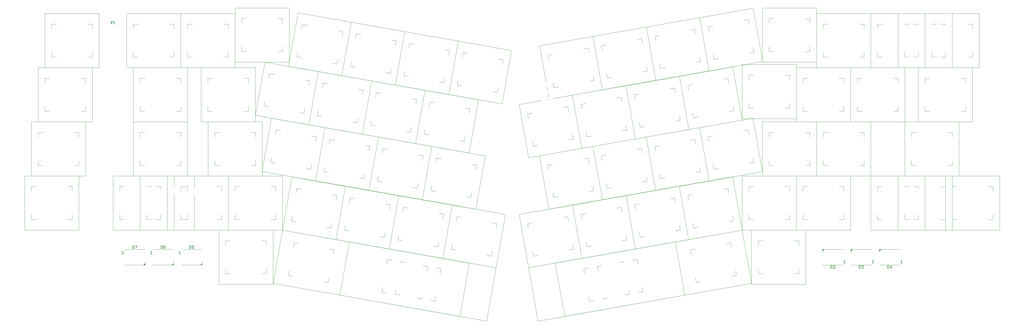
<source format=gbr>
G04 #@! TF.GenerationSoftware,KiCad,Pcbnew,(6.0.1)*
G04 #@! TF.CreationDate,2022-05-05T21:04:55+02:00*
G04 #@! TF.ProjectId,BMEK_Alps,424d454b-5f41-46c7-9073-2e6b69636164,1*
G04 #@! TF.SameCoordinates,Original*
G04 #@! TF.FileFunction,Legend,Top*
G04 #@! TF.FilePolarity,Positive*
%FSLAX46Y46*%
G04 Gerber Fmt 4.6, Leading zero omitted, Abs format (unit mm)*
G04 Created by KiCad (PCBNEW (6.0.1)) date 2022-05-05 21:04:55*
%MOMM*%
%LPD*%
G01*
G04 APERTURE LIST*
G04 Aperture macros list*
%AMHorizOval*
0 Thick line with rounded ends*
0 $1 width*
0 $2 $3 position (X,Y) of the first rounded end (center of the circle)*
0 $4 $5 position (X,Y) of the second rounded end (center of the circle)*
0 Add line between two ends*
20,1,$1,$2,$3,$4,$5,0*
0 Add two circle primitives to create the rounded ends*
1,1,$1,$2,$3*
1,1,$1,$4,$5*%
%AMRotRect*
0 Rectangle, with rotation*
0 The origin of the aperture is its center*
0 $1 length*
0 $2 width*
0 $3 Rotation angle, in degrees counterclockwise*
0 Add horizontal line*
21,1,$1,$2,0,0,$3*%
G04 Aperture macros list end*
%ADD10C,0.150000*%
%ADD11C,0.120000*%
%ADD12C,0.100000*%
%ADD13C,2.250000*%
%ADD14R,1.500000X1.000000*%
%ADD15C,3.800000*%
%ADD16C,6.500000*%
%ADD17C,5.350000*%
%ADD18C,9.000000*%
%ADD19RotRect,1.700000X1.700000X190.000000*%
%ADD20HorizOval,1.700000X0.000000X0.000000X0.000000X0.000000X0*%
%ADD21C,0.650000*%
%ADD22O,1.000000X2.100000*%
%ADD23O,1.000000X1.600000*%
G04 APERTURE END LIST*
D10*
X57721904Y-101092380D02*
X57721904Y-100092380D01*
X57960000Y-100092380D01*
X58102857Y-100140000D01*
X58198095Y-100235238D01*
X58245714Y-100330476D01*
X58293333Y-100520952D01*
X58293333Y-100663809D01*
X58245714Y-100854285D01*
X58198095Y-100949523D01*
X58102857Y-101044761D01*
X57960000Y-101092380D01*
X57721904Y-101092380D01*
X58626666Y-100092380D02*
X59293333Y-100092380D01*
X58864761Y-101092380D01*
X54595714Y-102992380D02*
X54024285Y-102992380D01*
X54310000Y-102992380D02*
X54310000Y-101992380D01*
X54214761Y-102135238D01*
X54119523Y-102230476D01*
X54024285Y-102278095D01*
X302974404Y-108092380D02*
X302974404Y-107092380D01*
X303212500Y-107092380D01*
X303355357Y-107140000D01*
X303450595Y-107235238D01*
X303498214Y-107330476D01*
X303545833Y-107520952D01*
X303545833Y-107663809D01*
X303498214Y-107854285D01*
X303450595Y-107949523D01*
X303355357Y-108044761D01*
X303212500Y-108092380D01*
X302974404Y-108092380D01*
X303926785Y-107187619D02*
X303974404Y-107140000D01*
X304069642Y-107092380D01*
X304307738Y-107092380D01*
X304402976Y-107140000D01*
X304450595Y-107187619D01*
X304498214Y-107282857D01*
X304498214Y-107378095D01*
X304450595Y-107520952D01*
X303879166Y-108092380D01*
X304498214Y-108092380D01*
X308148214Y-106192380D02*
X307576785Y-106192380D01*
X307862500Y-106192380D02*
X307862500Y-105192380D01*
X307767261Y-105335238D01*
X307672023Y-105430476D01*
X307576785Y-105478095D01*
X77721904Y-101092380D02*
X77721904Y-100092380D01*
X77960000Y-100092380D01*
X78102857Y-100140000D01*
X78198095Y-100235238D01*
X78245714Y-100330476D01*
X78293333Y-100520952D01*
X78293333Y-100663809D01*
X78245714Y-100854285D01*
X78198095Y-100949523D01*
X78102857Y-101044761D01*
X77960000Y-101092380D01*
X77721904Y-101092380D01*
X79198095Y-100092380D02*
X78721904Y-100092380D01*
X78674285Y-100568571D01*
X78721904Y-100520952D01*
X78817142Y-100473333D01*
X79055238Y-100473333D01*
X79150476Y-100520952D01*
X79198095Y-100568571D01*
X79245714Y-100663809D01*
X79245714Y-100901904D01*
X79198095Y-100997142D01*
X79150476Y-101044761D01*
X79055238Y-101092380D01*
X78817142Y-101092380D01*
X78721904Y-101044761D01*
X78674285Y-100997142D01*
X74595714Y-102992380D02*
X74024285Y-102992380D01*
X74310000Y-102992380D02*
X74310000Y-101992380D01*
X74214761Y-102135238D01*
X74119523Y-102230476D01*
X74024285Y-102278095D01*
X322974404Y-108092380D02*
X322974404Y-107092380D01*
X323212500Y-107092380D01*
X323355357Y-107140000D01*
X323450595Y-107235238D01*
X323498214Y-107330476D01*
X323545833Y-107520952D01*
X323545833Y-107663809D01*
X323498214Y-107854285D01*
X323450595Y-107949523D01*
X323355357Y-108044761D01*
X323212500Y-108092380D01*
X322974404Y-108092380D01*
X324402976Y-107425714D02*
X324402976Y-108092380D01*
X324164880Y-107044761D02*
X323926785Y-107759047D01*
X324545833Y-107759047D01*
X328148214Y-106192380D02*
X327576785Y-106192380D01*
X327862500Y-106192380D02*
X327862500Y-105192380D01*
X327767261Y-105335238D01*
X327672023Y-105430476D01*
X327576785Y-105478095D01*
X312974404Y-108092380D02*
X312974404Y-107092380D01*
X313212500Y-107092380D01*
X313355357Y-107140000D01*
X313450595Y-107235238D01*
X313498214Y-107330476D01*
X313545833Y-107520952D01*
X313545833Y-107663809D01*
X313498214Y-107854285D01*
X313450595Y-107949523D01*
X313355357Y-108044761D01*
X313212500Y-108092380D01*
X312974404Y-108092380D01*
X313879166Y-107092380D02*
X314498214Y-107092380D01*
X314164880Y-107473333D01*
X314307738Y-107473333D01*
X314402976Y-107520952D01*
X314450595Y-107568571D01*
X314498214Y-107663809D01*
X314498214Y-107901904D01*
X314450595Y-107997142D01*
X314402976Y-108044761D01*
X314307738Y-108092380D01*
X314022023Y-108092380D01*
X313926785Y-108044761D01*
X313879166Y-107997142D01*
X318148214Y-106192380D02*
X317576785Y-106192380D01*
X317862500Y-106192380D02*
X317862500Y-105192380D01*
X317767261Y-105335238D01*
X317672023Y-105430476D01*
X317576785Y-105478095D01*
X49990476Y-21042380D02*
X50323809Y-22042380D01*
X50657142Y-21042380D01*
X51514285Y-22042380D02*
X50942857Y-22042380D01*
X51228571Y-22042380D02*
X51228571Y-21042380D01*
X51133333Y-21185238D01*
X51038095Y-21280476D01*
X50942857Y-21328095D01*
X67721904Y-101092380D02*
X67721904Y-100092380D01*
X67960000Y-100092380D01*
X68102857Y-100140000D01*
X68198095Y-100235238D01*
X68245714Y-100330476D01*
X68293333Y-100520952D01*
X68293333Y-100663809D01*
X68245714Y-100854285D01*
X68198095Y-100949523D01*
X68102857Y-101044761D01*
X67960000Y-101092380D01*
X67721904Y-101092380D01*
X69150476Y-100092380D02*
X68960000Y-100092380D01*
X68864761Y-100140000D01*
X68817142Y-100187619D01*
X68721904Y-100330476D01*
X68674285Y-100520952D01*
X68674285Y-100901904D01*
X68721904Y-100997142D01*
X68769523Y-101044761D01*
X68864761Y-101092380D01*
X69055238Y-101092380D01*
X69150476Y-101044761D01*
X69198095Y-100997142D01*
X69245714Y-100901904D01*
X69245714Y-100663809D01*
X69198095Y-100568571D01*
X69150476Y-100520952D01*
X69055238Y-100473333D01*
X68864761Y-100473333D01*
X68769523Y-100520952D01*
X68721904Y-100568571D01*
X68674285Y-100663809D01*
X64595714Y-102992380D02*
X64024285Y-102992380D01*
X64310000Y-102992380D02*
X64310000Y-101992380D01*
X64214761Y-102135238D01*
X64119523Y-102230476D01*
X64024285Y-102278095D01*
D11*
X255738884Y-113016268D02*
X257363817Y-112729749D01*
X248393734Y-98750004D02*
X271844468Y-94615007D01*
X255452365Y-111391336D02*
X255738884Y-113016268D01*
X271844468Y-94615007D02*
X275152466Y-113375594D01*
X266182383Y-99395849D02*
X267807316Y-99109330D01*
X268196702Y-110819619D02*
X269821635Y-110533099D01*
X251701732Y-117510591D02*
X248393734Y-98750004D01*
X275152466Y-113375594D02*
X251701732Y-117510591D01*
X268093835Y-100734262D02*
X267807316Y-99109330D01*
X253724565Y-101592499D02*
X255349498Y-101305979D01*
X254011085Y-103217431D02*
X253724565Y-101592499D01*
X269821635Y-110533099D02*
X269535115Y-108908167D01*
X112403965Y-110533100D02*
X114028898Y-110819620D01*
X110381132Y-94615008D02*
X133831866Y-98750005D01*
X112690485Y-108908168D02*
X112403965Y-110533100D01*
X133831866Y-98750005D02*
X130523868Y-117510592D01*
X126876102Y-101305980D02*
X128501035Y-101592500D01*
X124861783Y-112729750D02*
X126486716Y-113016269D01*
X107073134Y-113375595D02*
X110381132Y-94615008D01*
X130523868Y-117510592D02*
X107073134Y-113375595D01*
X128214515Y-103217432D02*
X128501035Y-101592500D01*
X114418284Y-99109331D02*
X116043217Y-99395850D01*
X114131765Y-100734263D02*
X114418284Y-99109331D01*
X126486716Y-113016269D02*
X126773235Y-111391337D01*
X230286217Y-105725331D02*
X228661284Y-106011850D01*
X251701808Y-117510597D02*
X200110192Y-126607591D01*
X230572736Y-107350263D02*
X230286217Y-105725331D01*
X200110192Y-126607591D02*
X196802194Y-107847003D01*
X219842718Y-119345750D02*
X218217785Y-119632269D01*
X217828399Y-107921980D02*
X216203466Y-108208500D01*
X248393810Y-98750009D02*
X251701808Y-117510597D01*
X196802194Y-107847003D02*
X248393810Y-98750009D01*
X217931266Y-118007337D02*
X218217785Y-119632269D01*
X232300536Y-117149100D02*
X230675603Y-117435620D01*
X232014016Y-115524168D02*
X232300536Y-117149100D01*
X216203466Y-108208500D02*
X216489986Y-109833432D01*
X222907931Y-118805269D02*
X224532864Y-118518750D01*
X206182487Y-106193004D02*
X248393809Y-98750009D01*
X222621412Y-117180337D02*
X222907931Y-118805269D01*
X248393809Y-98750009D02*
X251701807Y-117510596D01*
X233351430Y-105184850D02*
X234976363Y-104898331D01*
X235365749Y-116608620D02*
X236990682Y-116322100D01*
X209490485Y-124953591D02*
X206182487Y-106193004D01*
X251701807Y-117510596D02*
X209490485Y-124953591D01*
X235262882Y-106523263D02*
X234976363Y-104898331D01*
X220893612Y-107381500D02*
X222518545Y-107094980D01*
X221180132Y-109006432D02*
X220893612Y-107381500D01*
X236990682Y-116322100D02*
X236704162Y-114697168D01*
X166022286Y-108208500D02*
X164397353Y-107921980D01*
X182115560Y-126607591D02*
X130523944Y-117510597D01*
X165735766Y-109833432D02*
X166022286Y-108208500D01*
X130523944Y-117510597D02*
X133831942Y-98750009D01*
X151550149Y-117435620D02*
X149925216Y-117149100D01*
X153564468Y-106011850D02*
X151939535Y-105725331D01*
X185423558Y-107847003D02*
X182115560Y-126607591D01*
X133831942Y-98750009D02*
X185423558Y-107847003D01*
X150211736Y-115524168D02*
X149925216Y-117149100D01*
X164007967Y-119632269D02*
X162383034Y-119345750D01*
X164294486Y-118007337D02*
X164007967Y-119632269D01*
X151939535Y-105725331D02*
X151653016Y-107350263D01*
X145235069Y-116322100D02*
X146860002Y-116608620D01*
X133831942Y-98750009D02*
X176043264Y-106193004D01*
X145521589Y-114697168D02*
X145235069Y-116322100D01*
X176043264Y-106193004D02*
X172735266Y-124953591D01*
X159707206Y-107094980D02*
X161332139Y-107381500D01*
X157692887Y-118518750D02*
X159317820Y-118805269D01*
X130523944Y-117510596D02*
X133831942Y-98750009D01*
X172735266Y-124953591D02*
X130523944Y-117510596D01*
X161045619Y-109006432D02*
X161332139Y-107381500D01*
X147249388Y-104898331D02*
X148874321Y-105184850D01*
X146962869Y-106523263D02*
X147249388Y-104898331D01*
X159317820Y-118805269D02*
X159604339Y-117180337D01*
X277527450Y-109940000D02*
X279177450Y-109940000D01*
X275152450Y-94615000D02*
X294202450Y-94615000D01*
X277527450Y-108290000D02*
X277527450Y-109940000D01*
X294202450Y-94615000D02*
X294202450Y-113665000D01*
X290177450Y-98340000D02*
X291827450Y-98340000D01*
X290177450Y-109940000D02*
X291827450Y-109940000D01*
X275152450Y-113665000D02*
X275152450Y-94615000D01*
X294202450Y-113665000D02*
X275152450Y-113665000D01*
X291827450Y-99990000D02*
X291827450Y-98340000D01*
X277527450Y-98340000D02*
X279177450Y-98340000D01*
X277527450Y-99990000D02*
X277527450Y-98340000D01*
X291827450Y-109940000D02*
X291827450Y-108290000D01*
X90398150Y-109940000D02*
X92048150Y-109940000D01*
X88023150Y-94615000D02*
X107073150Y-94615000D01*
X90398150Y-108290000D02*
X90398150Y-109940000D01*
X107073150Y-94615000D02*
X107073150Y-113665000D01*
X103048150Y-98340000D02*
X104698150Y-98340000D01*
X103048150Y-109940000D02*
X104698150Y-109940000D01*
X88023150Y-113665000D02*
X88023150Y-94615000D01*
X107073150Y-113665000D02*
X88023150Y-113665000D01*
X104698150Y-99990000D02*
X104698150Y-98340000D01*
X90398150Y-98340000D02*
X92048150Y-98340000D01*
X90398150Y-99990000D02*
X90398150Y-98340000D01*
X104698150Y-109940000D02*
X104698150Y-108290000D01*
X74656250Y-90890000D02*
X76306250Y-90890000D01*
X72281250Y-75565000D02*
X91331250Y-75565000D01*
X74656250Y-89240000D02*
X74656250Y-90890000D01*
X91331250Y-75565000D02*
X91331250Y-94615000D01*
X87306250Y-79290000D02*
X88956250Y-79290000D01*
X87306250Y-90890000D02*
X88956250Y-90890000D01*
X72281250Y-94615000D02*
X72281250Y-75565000D01*
X91331250Y-94615000D02*
X72281250Y-94615000D01*
X88956250Y-80940000D02*
X88956250Y-79290000D01*
X74656250Y-79290000D02*
X76306250Y-79290000D01*
X74656250Y-80940000D02*
X74656250Y-79290000D01*
X88956250Y-90890000D02*
X88956250Y-89240000D01*
X345656950Y-90890000D02*
X347306950Y-90890000D01*
X343281950Y-75565000D02*
X362331950Y-75565000D01*
X345656950Y-89240000D02*
X345656950Y-90890000D01*
X362331950Y-75565000D02*
X362331950Y-94615000D01*
X358306950Y-79290000D02*
X359956950Y-79290000D01*
X358306950Y-90890000D02*
X359956950Y-90890000D01*
X343281950Y-94615000D02*
X343281950Y-75565000D01*
X362331950Y-94615000D02*
X343281950Y-94615000D01*
X359956950Y-80940000D02*
X359956950Y-79290000D01*
X345656950Y-79290000D02*
X347306950Y-79290000D01*
X345656950Y-80940000D02*
X345656950Y-79290000D01*
X359956950Y-90890000D02*
X359956950Y-89240000D01*
X328988200Y-90890000D02*
X330638200Y-90890000D01*
X326613200Y-75565000D02*
X345663200Y-75565000D01*
X328988200Y-89240000D02*
X328988200Y-90890000D01*
X345663200Y-75565000D02*
X345663200Y-94615000D01*
X341638200Y-79290000D02*
X343288200Y-79290000D01*
X341638200Y-90890000D02*
X343288200Y-90890000D01*
X326613200Y-94615000D02*
X326613200Y-75565000D01*
X345663200Y-94615000D02*
X326613200Y-94615000D01*
X343288200Y-80940000D02*
X343288200Y-79290000D01*
X328988200Y-79290000D02*
X330638200Y-79290000D01*
X328988200Y-80940000D02*
X328988200Y-79290000D01*
X343288200Y-90890000D02*
X343288200Y-89240000D01*
X319463250Y-90890000D02*
X321113250Y-90890000D01*
X317088250Y-75565000D02*
X336138250Y-75565000D01*
X319463250Y-89240000D02*
X319463250Y-90890000D01*
X336138250Y-75565000D02*
X336138250Y-94615000D01*
X332113250Y-79290000D02*
X333763250Y-79290000D01*
X332113250Y-90890000D02*
X333763250Y-90890000D01*
X317088250Y-94615000D02*
X317088250Y-75565000D01*
X336138250Y-94615000D02*
X317088250Y-94615000D01*
X333763250Y-80940000D02*
X333763250Y-79290000D01*
X319463250Y-79290000D02*
X321113250Y-79290000D01*
X319463250Y-80940000D02*
X319463250Y-79290000D01*
X333763250Y-90890000D02*
X333763250Y-89240000D01*
X293269450Y-90890000D02*
X294919450Y-90890000D01*
X290894450Y-75565000D02*
X309944450Y-75565000D01*
X293269450Y-89240000D02*
X293269450Y-90890000D01*
X309944450Y-75565000D02*
X309944450Y-94615000D01*
X305919450Y-79290000D02*
X307569450Y-79290000D01*
X305919450Y-90890000D02*
X307569450Y-90890000D01*
X290894450Y-94615000D02*
X290894450Y-75565000D01*
X309944450Y-94615000D02*
X290894450Y-94615000D01*
X307569450Y-80940000D02*
X307569450Y-79290000D01*
X293269450Y-79290000D02*
X294919450Y-79290000D01*
X293269450Y-80940000D02*
X293269450Y-79290000D01*
X307569450Y-90890000D02*
X307569450Y-89240000D01*
X274219450Y-90889999D02*
X275869450Y-90889999D01*
X271844450Y-75564999D02*
X290894450Y-75564999D01*
X274219450Y-89239999D02*
X274219450Y-90889999D01*
X290894450Y-75564999D02*
X290894450Y-94614999D01*
X286869450Y-79289999D02*
X288519450Y-79289999D01*
X286869450Y-90889999D02*
X288519450Y-90889999D01*
X271844450Y-94614999D02*
X271844450Y-75564999D01*
X290894450Y-94614999D02*
X271844450Y-94614999D01*
X288519450Y-80939999D02*
X288519450Y-79289999D01*
X274219450Y-79289999D02*
X275869450Y-79289999D01*
X274219450Y-80939999D02*
X274219450Y-79289999D01*
X288519450Y-90889999D02*
X288519450Y-89239999D01*
X254776034Y-93842168D02*
X256400967Y-93555649D01*
X249775957Y-79162404D02*
X268536545Y-75854406D01*
X254489515Y-92217236D02*
X254776034Y-93842168D01*
X268536545Y-75854406D02*
X271844543Y-94614994D01*
X265219533Y-80221749D02*
X266844466Y-79935230D01*
X267233852Y-91645519D02*
X268858785Y-91358999D01*
X253083955Y-97922992D02*
X249775957Y-79162404D01*
X271844543Y-94614994D02*
X253083955Y-97922992D01*
X267130985Y-81560162D02*
X266844466Y-79935230D01*
X252761715Y-82418399D02*
X254386648Y-82131879D01*
X253048235Y-84043331D02*
X252761715Y-82418399D01*
X268858785Y-91358999D02*
X268572265Y-89734067D01*
X236015434Y-97150168D02*
X237640367Y-96863649D01*
X231015357Y-82470404D02*
X249775945Y-79162406D01*
X235728915Y-95525236D02*
X236015434Y-97150168D01*
X249775945Y-79162406D02*
X253083943Y-97922994D01*
X246458933Y-83529749D02*
X248083866Y-83243230D01*
X248473252Y-94953519D02*
X250098185Y-94666999D01*
X234323355Y-101230992D02*
X231015357Y-82470404D01*
X253083943Y-97922994D02*
X234323355Y-101230992D01*
X248370385Y-84868162D02*
X248083866Y-83243230D01*
X234001115Y-85726399D02*
X235626048Y-85439879D01*
X234287635Y-87351331D02*
X234001115Y-85726399D01*
X250098185Y-94666999D02*
X249811665Y-93042067D01*
X217254834Y-100458168D02*
X218879767Y-100171649D01*
X212254757Y-85778404D02*
X231015345Y-82470406D01*
X216968315Y-98833236D02*
X217254834Y-100458168D01*
X231015345Y-82470406D02*
X234323343Y-101230994D01*
X227698333Y-86837749D02*
X229323266Y-86551230D01*
X229712652Y-98261519D02*
X231337585Y-97974999D01*
X215562755Y-104538992D02*
X212254757Y-85778404D01*
X234323343Y-101230994D02*
X215562755Y-104538992D01*
X229609785Y-88176162D02*
X229323266Y-86551230D01*
X215240515Y-89034399D02*
X216865448Y-88747879D01*
X215527035Y-90659331D02*
X215240515Y-89034399D01*
X231337585Y-97974999D02*
X231051065Y-96350067D01*
X198494234Y-103766169D02*
X200119167Y-103479650D01*
X193494157Y-89086405D02*
X212254745Y-85778407D01*
X198207715Y-102141237D02*
X198494234Y-103766169D01*
X212254745Y-85778407D02*
X215562743Y-104538995D01*
X208937733Y-90145750D02*
X210562666Y-89859231D01*
X210952052Y-101569520D02*
X212576985Y-101283000D01*
X196802155Y-107846993D02*
X193494157Y-89086405D01*
X215562743Y-104538995D02*
X196802155Y-107846993D01*
X210849185Y-91484163D02*
X210562666Y-89859231D01*
X196479915Y-92342400D02*
X198104848Y-92055880D01*
X196766435Y-93967332D02*
X196479915Y-92342400D01*
X212576985Y-101283000D02*
X212290465Y-99658068D01*
X169648715Y-101283000D02*
X171273648Y-101569520D01*
X169970955Y-85778407D02*
X188731543Y-89086405D01*
X169935235Y-99658068D02*
X169648715Y-101283000D01*
X188731543Y-89086405D02*
X185423545Y-107846993D01*
X184120852Y-92055880D02*
X185745785Y-92342400D01*
X182106533Y-103479650D02*
X183731466Y-103766169D01*
X166662957Y-104538995D02*
X169970955Y-85778407D01*
X185423545Y-107846993D02*
X166662957Y-104538995D01*
X185459265Y-93967332D02*
X185745785Y-92342400D01*
X171663034Y-89859231D02*
X173287967Y-90145750D01*
X171376515Y-91484163D02*
X171663034Y-89859231D01*
X183731466Y-103766169D02*
X184017985Y-102141237D01*
X150888115Y-97975000D02*
X152513048Y-98261520D01*
X151210355Y-82470407D02*
X169970943Y-85778405D01*
X151174635Y-96350068D02*
X150888115Y-97975000D01*
X169970943Y-85778405D02*
X166662945Y-104538993D01*
X165360252Y-88747880D02*
X166985185Y-89034400D01*
X163345933Y-100171650D02*
X164970866Y-100458169D01*
X147902357Y-101230995D02*
X151210355Y-82470407D01*
X166662945Y-104538993D02*
X147902357Y-101230995D01*
X166698665Y-90659332D02*
X166985185Y-89034400D01*
X152902434Y-86551231D02*
X154527367Y-86837750D01*
X152615915Y-88176163D02*
X152902434Y-86551231D01*
X164970866Y-100458169D02*
X165257385Y-98833237D01*
X132127515Y-94667000D02*
X133752448Y-94953520D01*
X132449755Y-79162407D02*
X151210343Y-82470405D01*
X132414035Y-93042068D02*
X132127515Y-94667000D01*
X151210343Y-82470405D02*
X147902345Y-101230993D01*
X146599652Y-85439880D02*
X148224585Y-85726400D01*
X144585333Y-96863650D02*
X146210266Y-97150169D01*
X129141757Y-97922995D02*
X132449755Y-79162407D01*
X147902345Y-101230993D02*
X129141757Y-97922995D01*
X147938065Y-87351332D02*
X148224585Y-85726400D01*
X134141834Y-83243231D02*
X135766767Y-83529750D01*
X133855315Y-84868163D02*
X134141834Y-83243231D01*
X146210266Y-97150169D02*
X146496785Y-95525237D01*
X113366915Y-91359000D02*
X114991848Y-91645520D01*
X113689155Y-75854407D02*
X132449743Y-79162405D01*
X113653435Y-89734068D02*
X113366915Y-91359000D01*
X132449743Y-79162405D02*
X129141745Y-97922993D01*
X127839052Y-82131880D02*
X129463985Y-82418400D01*
X125824733Y-93555650D02*
X127449666Y-93842169D01*
X110381157Y-94614995D02*
X113689155Y-75854407D01*
X129141745Y-97922993D02*
X110381157Y-94614995D01*
X129177465Y-84043332D02*
X129463985Y-82418400D01*
X115381234Y-79935231D02*
X117006167Y-80221750D01*
X115094715Y-81560163D02*
X115381234Y-79935231D01*
X127449666Y-93842169D02*
X127736185Y-92217237D01*
X93706150Y-90890000D02*
X95356150Y-90890000D01*
X91331150Y-75565000D02*
X110381150Y-75565000D01*
X93706150Y-89240000D02*
X93706150Y-90890000D01*
X110381150Y-75565000D02*
X110381150Y-94615000D01*
X106356150Y-79290000D02*
X108006150Y-79290000D01*
X106356150Y-90890000D02*
X108006150Y-90890000D01*
X91331150Y-94615000D02*
X91331150Y-75565000D01*
X110381150Y-94615000D02*
X91331150Y-94615000D01*
X108006150Y-80940000D02*
X108006150Y-79290000D01*
X93706150Y-79290000D02*
X95356150Y-79290000D01*
X93706150Y-80940000D02*
X93706150Y-79290000D01*
X108006150Y-90890000D02*
X108006150Y-89240000D01*
X53225000Y-90890000D02*
X54875000Y-90890000D01*
X50850000Y-75565000D02*
X69900000Y-75565000D01*
X53225000Y-89240000D02*
X53225000Y-90890000D01*
X69900000Y-75565000D02*
X69900000Y-94615000D01*
X65875000Y-79290000D02*
X67525000Y-79290000D01*
X65875000Y-90890000D02*
X67525000Y-90890000D01*
X50850000Y-94615000D02*
X50850000Y-75565000D01*
X69900000Y-94615000D02*
X50850000Y-94615000D01*
X67525000Y-80940000D02*
X67525000Y-79290000D01*
X53225000Y-79290000D02*
X54875000Y-79290000D01*
X53225000Y-80940000D02*
X53225000Y-79290000D01*
X67525000Y-90890000D02*
X67525000Y-89240000D01*
X62749900Y-90890000D02*
X64399900Y-90890000D01*
X60374900Y-75565000D02*
X79424900Y-75565000D01*
X62749900Y-89240000D02*
X62749900Y-90890000D01*
X79424900Y-75565000D02*
X79424900Y-94615000D01*
X75399900Y-79290000D02*
X77049900Y-79290000D01*
X75399900Y-90890000D02*
X77049900Y-90890000D01*
X60374900Y-94615000D02*
X60374900Y-75565000D01*
X79424900Y-94615000D02*
X60374900Y-94615000D01*
X77049900Y-80940000D02*
X77049900Y-79290000D01*
X62749900Y-79290000D02*
X64399900Y-79290000D01*
X62749900Y-80940000D02*
X62749900Y-79290000D01*
X77049900Y-90890000D02*
X77049900Y-89240000D01*
X22159552Y-90890000D02*
X23809552Y-90890000D01*
X19784552Y-75565000D02*
X38834552Y-75565000D01*
X22159552Y-89240000D02*
X22159552Y-90890000D01*
X38834552Y-75565000D02*
X38834552Y-94615000D01*
X34809552Y-79290000D02*
X36459552Y-79290000D01*
X34809552Y-90890000D02*
X36459552Y-90890000D01*
X19784552Y-94615000D02*
X19784552Y-75565000D01*
X38834552Y-94615000D02*
X19784552Y-94615000D01*
X36459552Y-80940000D02*
X36459552Y-79290000D01*
X22159552Y-79290000D02*
X23809552Y-79290000D01*
X22159552Y-80940000D02*
X22159552Y-79290000D01*
X36459552Y-90890000D02*
X36459552Y-89240000D01*
X336131850Y-52790000D02*
X337781850Y-52790000D01*
X333756850Y-37465000D02*
X352806850Y-37465000D01*
X336131850Y-51140000D02*
X336131850Y-52790000D01*
X352806850Y-37465000D02*
X352806850Y-56515000D01*
X348781850Y-41190000D02*
X350431850Y-41190000D01*
X348781850Y-52790000D02*
X350431850Y-52790000D01*
X333756850Y-56515000D02*
X333756850Y-37465000D01*
X352806850Y-56515000D02*
X333756850Y-56515000D01*
X350431850Y-42840000D02*
X350431850Y-41190000D01*
X336131850Y-41190000D02*
X337781850Y-41190000D01*
X336131850Y-42840000D02*
X336131850Y-41190000D01*
X350431850Y-52790000D02*
X350431850Y-51140000D01*
X331369401Y-71840000D02*
X333019401Y-71840000D01*
X328994401Y-56515000D02*
X348044401Y-56515000D01*
X331369401Y-70190000D02*
X331369401Y-71840000D01*
X348044401Y-56515000D02*
X348044401Y-75565000D01*
X344019401Y-60240000D02*
X345669401Y-60240000D01*
X344019401Y-71840000D02*
X345669401Y-71840000D01*
X328994401Y-75565000D02*
X328994401Y-56515000D01*
X348044401Y-75565000D02*
X328994401Y-75565000D01*
X345669401Y-61890000D02*
X345669401Y-60240000D01*
X331369401Y-60240000D02*
X333019401Y-60240000D01*
X331369401Y-61890000D02*
X331369401Y-60240000D01*
X345669401Y-71840000D02*
X345669401Y-70190000D01*
X300413150Y-71840000D02*
X302063150Y-71840000D01*
X298038150Y-56515000D02*
X317088150Y-56515000D01*
X300413150Y-70190000D02*
X300413150Y-71840000D01*
X317088150Y-56515000D02*
X317088150Y-75565000D01*
X313063150Y-60240000D02*
X314713150Y-60240000D01*
X313063150Y-71840000D02*
X314713150Y-71840000D01*
X298038150Y-75565000D02*
X298038150Y-56515000D01*
X317088150Y-75565000D02*
X298038150Y-75565000D01*
X314713150Y-61890000D02*
X314713150Y-60240000D01*
X300413150Y-60240000D02*
X302063150Y-60240000D01*
X300413150Y-61890000D02*
X300413150Y-60240000D01*
X314713150Y-71840000D02*
X314713150Y-70190000D01*
X281363150Y-71839999D02*
X283013150Y-71839999D01*
X278988150Y-56514999D02*
X298038150Y-56514999D01*
X281363150Y-70189999D02*
X281363150Y-71839999D01*
X298038150Y-56514999D02*
X298038150Y-75564999D01*
X294013150Y-60239999D02*
X295663150Y-60239999D01*
X294013150Y-71839999D02*
X295663150Y-71839999D01*
X278988150Y-75564999D02*
X278988150Y-56514999D01*
X298038150Y-75564999D02*
X278988150Y-75564999D01*
X295663150Y-61889999D02*
X295663150Y-60239999D01*
X281363150Y-60239999D02*
X283013150Y-60239999D01*
X281363150Y-61889999D02*
X281363150Y-60239999D01*
X295663150Y-71839999D02*
X295663150Y-70189999D01*
X261926434Y-73237468D02*
X263551367Y-72950949D01*
X256926357Y-58557704D02*
X275686945Y-55249706D01*
X261639915Y-71612536D02*
X261926434Y-73237468D01*
X275686945Y-55249706D02*
X278994943Y-74010294D01*
X272369933Y-59617049D02*
X273994866Y-59330530D01*
X274384252Y-71040819D02*
X276009185Y-70754299D01*
X260234355Y-77318292D02*
X256926357Y-58557704D01*
X278994943Y-74010294D02*
X260234355Y-77318292D01*
X274281385Y-60955462D02*
X273994866Y-59330530D01*
X259912115Y-61813699D02*
X261537048Y-61527179D01*
X260198635Y-63438631D02*
X259912115Y-61813699D01*
X276009185Y-70754299D02*
X275722665Y-69129367D01*
X243165834Y-76545469D02*
X244790767Y-76258950D01*
X238165757Y-61865705D02*
X256926345Y-58557707D01*
X242879315Y-74920537D02*
X243165834Y-76545469D01*
X256926345Y-58557707D02*
X260234343Y-77318295D01*
X253609333Y-62925050D02*
X255234266Y-62638531D01*
X255623652Y-74348820D02*
X257248585Y-74062300D01*
X241473755Y-80626293D02*
X238165757Y-61865705D01*
X260234343Y-77318295D02*
X241473755Y-80626293D01*
X255520785Y-64263463D02*
X255234266Y-62638531D01*
X241151515Y-65121700D02*
X242776448Y-64835180D01*
X241438035Y-66746632D02*
X241151515Y-65121700D01*
X257248585Y-74062300D02*
X256962065Y-72437368D01*
X224405234Y-79853468D02*
X226030167Y-79566949D01*
X219405157Y-65173704D02*
X238165745Y-61865706D01*
X224118715Y-78228536D02*
X224405234Y-79853468D01*
X238165745Y-61865706D02*
X241473743Y-80626294D01*
X234848733Y-66233049D02*
X236473666Y-65946530D01*
X236863052Y-77656819D02*
X238487985Y-77370299D01*
X222713155Y-83934292D02*
X219405157Y-65173704D01*
X241473743Y-80626294D02*
X222713155Y-83934292D01*
X236760185Y-67571462D02*
X236473666Y-65946530D01*
X222390915Y-68429699D02*
X224015848Y-68143179D01*
X222677435Y-70054631D02*
X222390915Y-68429699D01*
X238487985Y-77370299D02*
X238201465Y-75745367D01*
X205644634Y-83161469D02*
X207269567Y-82874950D01*
X200644557Y-68481705D02*
X219405145Y-65173707D01*
X205358115Y-81536537D02*
X205644634Y-83161469D01*
X219405145Y-65173707D02*
X222713143Y-83934295D01*
X216088133Y-69541050D02*
X217713066Y-69254531D01*
X218102452Y-80964820D02*
X219727385Y-80678300D01*
X203952555Y-87242293D02*
X200644557Y-68481705D01*
X222713143Y-83934295D02*
X203952555Y-87242293D01*
X217999585Y-70879463D02*
X217713066Y-69254531D01*
X203630315Y-71737700D02*
X205255248Y-71451180D01*
X203916835Y-73362632D02*
X203630315Y-71737700D01*
X219727385Y-80678300D02*
X219440865Y-79053368D01*
X162480215Y-80675100D02*
X164105148Y-80961620D01*
X162802455Y-65170507D02*
X181563043Y-68478505D01*
X162766735Y-79050168D02*
X162480215Y-80675100D01*
X181563043Y-68478505D02*
X178255045Y-87239093D01*
X176952352Y-71447980D02*
X178577285Y-71734500D01*
X174938033Y-82871750D02*
X176562966Y-83158269D01*
X159494457Y-83931095D02*
X162802455Y-65170507D01*
X178255045Y-87239093D02*
X159494457Y-83931095D01*
X178290765Y-73359432D02*
X178577285Y-71734500D01*
X164494534Y-69251331D02*
X166119467Y-69537850D01*
X164208015Y-70876263D02*
X164494534Y-69251331D01*
X176562966Y-83158269D02*
X176849485Y-81533337D01*
X143719615Y-77367100D02*
X145344548Y-77653620D01*
X144041855Y-61862507D02*
X162802443Y-65170505D01*
X144006135Y-75742168D02*
X143719615Y-77367100D01*
X162802443Y-65170505D02*
X159494445Y-83931093D01*
X158191752Y-68139980D02*
X159816685Y-68426500D01*
X156177433Y-79563750D02*
X157802366Y-79850269D01*
X140733857Y-80623095D02*
X144041855Y-61862507D01*
X159494445Y-83931093D02*
X140733857Y-80623095D01*
X159530165Y-70051432D02*
X159816685Y-68426500D01*
X145733934Y-65943331D02*
X147358867Y-66229850D01*
X145447415Y-67568263D02*
X145733934Y-65943331D01*
X157802366Y-79850269D02*
X158088885Y-78225337D01*
X124959015Y-74059100D02*
X126583948Y-74345620D01*
X125281255Y-58554507D02*
X144041843Y-61862505D01*
X125245535Y-72434168D02*
X124959015Y-74059100D01*
X144041843Y-61862505D02*
X140733845Y-80623093D01*
X139431152Y-64831980D02*
X141056085Y-65118500D01*
X137416833Y-76255750D02*
X139041766Y-76542269D01*
X121973257Y-77315095D02*
X125281255Y-58554507D01*
X140733845Y-80623093D02*
X121973257Y-77315095D01*
X140769565Y-66743432D02*
X141056085Y-65118500D01*
X126973334Y-62635331D02*
X128598267Y-62921850D01*
X126686815Y-64260263D02*
X126973334Y-62635331D01*
X139041766Y-76542269D02*
X139328285Y-74917337D01*
X106198415Y-70751100D02*
X107823348Y-71037620D01*
X106520655Y-55246507D02*
X125281243Y-58554505D01*
X106484935Y-69126168D02*
X106198415Y-70751100D01*
X125281243Y-58554505D02*
X121973245Y-77315093D01*
X120670552Y-61523980D02*
X122295485Y-61810500D01*
X118656233Y-72947750D02*
X120281166Y-73234269D01*
X103212657Y-74007095D02*
X106520655Y-55246507D01*
X121973245Y-77315093D02*
X103212657Y-74007095D01*
X122008965Y-63435432D02*
X122295485Y-61810500D01*
X108212734Y-59327331D02*
X109837667Y-59613850D01*
X107926215Y-60952263D02*
X108212734Y-59327331D01*
X120281166Y-73234269D02*
X120567685Y-71609337D01*
X86562450Y-71840000D02*
X88212450Y-71840000D01*
X84187450Y-56515000D02*
X103237450Y-56515000D01*
X86562450Y-70190000D02*
X86562450Y-71840000D01*
X103237450Y-56515000D02*
X103237450Y-75565000D01*
X99212450Y-60240000D02*
X100862450Y-60240000D01*
X99212450Y-71840000D02*
X100862450Y-71840000D01*
X84187450Y-75565000D02*
X84187450Y-56515000D01*
X103237450Y-75565000D02*
X84187450Y-75565000D01*
X100862450Y-61890000D02*
X100862450Y-60240000D01*
X86562450Y-60240000D02*
X88212450Y-60240000D01*
X86562450Y-61890000D02*
X86562450Y-60240000D01*
X100862450Y-71840000D02*
X100862450Y-70190000D01*
X60368750Y-71840000D02*
X62018750Y-71840000D01*
X57993750Y-56515000D02*
X77043750Y-56515000D01*
X60368750Y-70190000D02*
X60368750Y-71840000D01*
X77043750Y-56515000D02*
X77043750Y-75565000D01*
X73018750Y-60240000D02*
X74668750Y-60240000D01*
X73018750Y-71840000D02*
X74668750Y-71840000D01*
X57993750Y-75565000D02*
X57993750Y-56515000D01*
X77043750Y-75565000D02*
X57993750Y-75565000D01*
X74668750Y-61890000D02*
X74668750Y-60240000D01*
X60368750Y-60240000D02*
X62018750Y-60240000D01*
X60368750Y-61890000D02*
X60368750Y-60240000D01*
X74668750Y-71840000D02*
X74668750Y-70190000D01*
X24540852Y-71840000D02*
X26190852Y-71840000D01*
X22165852Y-56515000D02*
X41215852Y-56515000D01*
X24540852Y-70190000D02*
X24540852Y-71840000D01*
X41215852Y-56515000D02*
X41215852Y-75565000D01*
X37190852Y-60240000D02*
X38840852Y-60240000D01*
X37190852Y-71840000D02*
X38840852Y-71840000D01*
X22165852Y-75565000D02*
X22165852Y-56515000D01*
X41215852Y-75565000D02*
X22165852Y-75565000D01*
X38840852Y-61890000D02*
X38840852Y-60240000D01*
X24540852Y-60240000D02*
X26190852Y-60240000D01*
X24540852Y-61890000D02*
X24540852Y-60240000D01*
X38840852Y-71840000D02*
X38840852Y-70190000D01*
X338513051Y-33740000D02*
X340163051Y-33740000D01*
X336138051Y-18415000D02*
X355188051Y-18415000D01*
X338513051Y-32090000D02*
X338513051Y-33740000D01*
X355188051Y-18415000D02*
X355188051Y-37465000D01*
X351163051Y-22140000D02*
X352813051Y-22140000D01*
X351163051Y-33740000D02*
X352813051Y-33740000D01*
X336138051Y-37465000D02*
X336138051Y-18415000D01*
X355188051Y-37465000D02*
X336138051Y-37465000D01*
X352813051Y-23790000D02*
X352813051Y-22140000D01*
X338513051Y-22140000D02*
X340163051Y-22140000D01*
X338513051Y-23790000D02*
X338513051Y-22140000D01*
X352813051Y-33740000D02*
X352813051Y-32090000D01*
X312319350Y-52790000D02*
X313969350Y-52790000D01*
X309944350Y-37465000D02*
X328994350Y-37465000D01*
X312319350Y-51140000D02*
X312319350Y-52790000D01*
X328994350Y-37465000D02*
X328994350Y-56515000D01*
X324969350Y-41190000D02*
X326619350Y-41190000D01*
X324969350Y-52790000D02*
X326619350Y-52790000D01*
X309944350Y-56515000D02*
X309944350Y-37465000D01*
X328994350Y-56515000D02*
X309944350Y-56515000D01*
X326619350Y-42840000D02*
X326619350Y-41190000D01*
X312319350Y-41190000D02*
X313969350Y-41190000D01*
X312319350Y-42840000D02*
X312319350Y-41190000D01*
X326619350Y-52790000D02*
X326619350Y-51140000D01*
X293269350Y-52790000D02*
X294919350Y-52790000D01*
X290894350Y-37465000D02*
X309944350Y-37465000D01*
X293269350Y-51140000D02*
X293269350Y-52790000D01*
X309944350Y-37465000D02*
X309944350Y-56515000D01*
X305919350Y-41190000D02*
X307569350Y-41190000D01*
X305919350Y-52790000D02*
X307569350Y-52790000D01*
X290894350Y-56515000D02*
X290894350Y-37465000D01*
X309944350Y-56515000D02*
X290894350Y-56515000D01*
X307569350Y-42840000D02*
X307569350Y-41190000D01*
X293269350Y-41190000D02*
X294919350Y-41190000D01*
X293269350Y-42840000D02*
X293269350Y-41190000D01*
X307569350Y-52790000D02*
X307569350Y-51140000D01*
X274219350Y-51729500D02*
X275869350Y-51729500D01*
X271844350Y-36404500D02*
X290894350Y-36404500D01*
X274219350Y-50079500D02*
X274219350Y-51729500D01*
X290894350Y-36404500D02*
X290894350Y-55454500D01*
X286869350Y-40129500D02*
X288519350Y-40129500D01*
X286869350Y-51729500D02*
X288519350Y-51729500D01*
X271844350Y-55454500D02*
X271844350Y-36404500D01*
X290894350Y-55454500D02*
X271844350Y-55454500D01*
X288519350Y-41779500D02*
X288519350Y-40129500D01*
X274219350Y-40129500D02*
X275869350Y-40129500D01*
X274219350Y-41779500D02*
X274219350Y-40129500D01*
X288519350Y-51729500D02*
X288519350Y-50079500D01*
X254796035Y-55150868D02*
X256420968Y-54864349D01*
X249795958Y-40471104D02*
X268556546Y-37163106D01*
X254509516Y-53525936D02*
X254796035Y-55150868D01*
X268556546Y-37163106D02*
X271864544Y-55923694D01*
X265239534Y-41530449D02*
X266864467Y-41243930D01*
X267253853Y-52954219D02*
X268878786Y-52667699D01*
X253103956Y-59231692D02*
X249795958Y-40471104D01*
X271864544Y-55923694D02*
X253103956Y-59231692D01*
X267150986Y-42868862D02*
X266864467Y-41243930D01*
X252781716Y-43727099D02*
X254406649Y-43440579D01*
X253068236Y-45352031D02*
X252781716Y-43727099D01*
X268878786Y-52667699D02*
X268592266Y-51042767D01*
X236035435Y-58458868D02*
X237660368Y-58172349D01*
X231035358Y-43779104D02*
X249795946Y-40471106D01*
X235748916Y-56833936D02*
X236035435Y-58458868D01*
X249795946Y-40471106D02*
X253103944Y-59231694D01*
X246478934Y-44838449D02*
X248103867Y-44551930D01*
X248493253Y-56262219D02*
X250118186Y-55975699D01*
X234343356Y-62539692D02*
X231035358Y-43779104D01*
X253103944Y-59231694D02*
X234343356Y-62539692D01*
X248390386Y-46176862D02*
X248103867Y-44551930D01*
X234021116Y-47035099D02*
X235646049Y-46748579D01*
X234307636Y-48660031D02*
X234021116Y-47035099D01*
X250118186Y-55975699D02*
X249831666Y-54350767D01*
X217274835Y-61766869D02*
X218899768Y-61480350D01*
X212274758Y-47087105D02*
X231035346Y-43779107D01*
X216988316Y-60141937D02*
X217274835Y-61766869D01*
X231035346Y-43779107D02*
X234343344Y-62539695D01*
X227718334Y-48146450D02*
X229343267Y-47859931D01*
X229732653Y-59570220D02*
X231357586Y-59283700D01*
X215582756Y-65847693D02*
X212274758Y-47087105D01*
X234343344Y-62539695D02*
X215582756Y-65847693D01*
X229629786Y-49484863D02*
X229343267Y-47859931D01*
X215260516Y-50343100D02*
X216885449Y-50056580D01*
X215547036Y-51968032D02*
X215260516Y-50343100D01*
X231357586Y-59283700D02*
X231071066Y-57658768D01*
X198514234Y-65074869D02*
X200139167Y-64788350D01*
X193514157Y-50395105D02*
X212274745Y-47087107D01*
X198227715Y-63449937D02*
X198514234Y-65074869D01*
X212274745Y-47087107D02*
X215582743Y-65847695D01*
X208957733Y-51454450D02*
X210582666Y-51167931D01*
X210972052Y-62878220D02*
X212596985Y-62591700D01*
X196822155Y-69155693D02*
X193514157Y-50395105D01*
X215582743Y-65847695D02*
X196822155Y-69155693D01*
X210869185Y-52792863D02*
X210582666Y-51167931D01*
X196499915Y-53651100D02*
X198124848Y-53364580D01*
X196786435Y-55276032D02*
X196499915Y-53651100D01*
X212596985Y-62591700D02*
X212310465Y-60966768D01*
X160124015Y-60915799D02*
X161748948Y-61202319D01*
X160446255Y-45411206D02*
X179206843Y-48719204D01*
X160410535Y-59290867D02*
X160124015Y-60915799D01*
X179206843Y-48719204D02*
X175898845Y-67479792D01*
X174596152Y-51688679D02*
X176221085Y-51975199D01*
X172581833Y-63112449D02*
X174206766Y-63398968D01*
X157138257Y-64171794D02*
X160446255Y-45411206D01*
X175898845Y-67479792D02*
X157138257Y-64171794D01*
X175934565Y-53600131D02*
X176221085Y-51975199D01*
X162138334Y-49492030D02*
X163763267Y-49778549D01*
X161851815Y-51116962D02*
X162138334Y-49492030D01*
X174206766Y-63398968D02*
X174493285Y-61774036D01*
X141363415Y-57607800D02*
X142988348Y-57894320D01*
X141685655Y-42103207D02*
X160446243Y-45411205D01*
X141649935Y-55982868D02*
X141363415Y-57607800D01*
X160446243Y-45411205D02*
X157138245Y-64171793D01*
X155835552Y-48380680D02*
X157460485Y-48667200D01*
X153821233Y-59804450D02*
X155446166Y-60090969D01*
X138377657Y-60863795D02*
X141685655Y-42103207D01*
X157138245Y-64171793D02*
X138377657Y-60863795D01*
X157173965Y-50292132D02*
X157460485Y-48667200D01*
X143377734Y-46184031D02*
X145002667Y-46470550D01*
X143091215Y-47808963D02*
X143377734Y-46184031D01*
X155446166Y-60090969D02*
X155732685Y-58466037D01*
X122602815Y-54299800D02*
X124227748Y-54586320D01*
X122925055Y-38795207D02*
X141685643Y-42103205D01*
X122889335Y-52674868D02*
X122602815Y-54299800D01*
X141685643Y-42103205D02*
X138377645Y-60863793D01*
X137074952Y-45072680D02*
X138699885Y-45359200D01*
X135060633Y-56496450D02*
X136685566Y-56782969D01*
X119617057Y-57555795D02*
X122925055Y-38795207D01*
X138377645Y-60863793D02*
X119617057Y-57555795D01*
X138413365Y-46984132D02*
X138699885Y-45359200D01*
X124617134Y-42876031D02*
X126242067Y-43162550D01*
X124330615Y-44500963D02*
X124617134Y-42876031D01*
X136685566Y-56782969D02*
X136972085Y-55158037D01*
X103842240Y-50991800D02*
X105467173Y-51278320D01*
X104164480Y-35487207D02*
X122925068Y-38795205D01*
X104128760Y-49366868D02*
X103842240Y-50991800D01*
X122925068Y-38795205D02*
X119617070Y-57555793D01*
X118314377Y-41764680D02*
X119939310Y-42051200D01*
X116300058Y-53188450D02*
X117924991Y-53474969D01*
X100856482Y-54247795D02*
X104164480Y-35487207D01*
X119617070Y-57555793D02*
X100856482Y-54247795D01*
X119652790Y-43676132D02*
X119939310Y-42051200D01*
X105856559Y-39568031D02*
X107481492Y-39854550D01*
X105570040Y-41192963D02*
X105856559Y-39568031D01*
X117924991Y-53474969D02*
X118211510Y-51850037D01*
X84181250Y-52790000D02*
X85831250Y-52790000D01*
X81806250Y-37465000D02*
X100856250Y-37465000D01*
X84181250Y-51140000D02*
X84181250Y-52790000D01*
X100856250Y-37465000D02*
X100856250Y-56515000D01*
X96831250Y-41190000D02*
X98481250Y-41190000D01*
X96831250Y-52790000D02*
X98481250Y-52790000D01*
X81806250Y-56515000D02*
X81806250Y-37465000D01*
X100856250Y-56515000D02*
X81806250Y-56515000D01*
X98481250Y-42840000D02*
X98481250Y-41190000D01*
X84181250Y-41190000D02*
X85831250Y-41190000D01*
X84181250Y-42840000D02*
X84181250Y-41190000D01*
X98481250Y-52790000D02*
X98481250Y-51140000D01*
X60368750Y-52790000D02*
X62018750Y-52790000D01*
X57993750Y-37465000D02*
X77043750Y-37465000D01*
X60368750Y-51140000D02*
X60368750Y-52790000D01*
X77043750Y-37465000D02*
X77043750Y-56515000D01*
X73018750Y-41190000D02*
X74668750Y-41190000D01*
X73018750Y-52790000D02*
X74668750Y-52790000D01*
X57993750Y-56515000D02*
X57993750Y-37465000D01*
X77043750Y-56515000D02*
X57993750Y-56515000D01*
X74668750Y-42840000D02*
X74668750Y-41190000D01*
X60368750Y-41190000D02*
X62018750Y-41190000D01*
X60368750Y-42840000D02*
X60368750Y-41190000D01*
X74668750Y-52790000D02*
X74668750Y-51140000D01*
X26922152Y-52790000D02*
X28572152Y-52790000D01*
X24547152Y-37465000D02*
X43597152Y-37465000D01*
X26922152Y-51140000D02*
X26922152Y-52790000D01*
X43597152Y-37465000D02*
X43597152Y-56515000D01*
X39572152Y-41190000D02*
X41222152Y-41190000D01*
X39572152Y-52790000D02*
X41222152Y-52790000D01*
X24547152Y-56515000D02*
X24547152Y-37465000D01*
X43597152Y-56515000D02*
X24547152Y-56515000D01*
X41222152Y-42840000D02*
X41222152Y-41190000D01*
X26922152Y-41190000D02*
X28572152Y-41190000D01*
X26922152Y-42840000D02*
X26922152Y-41190000D01*
X41222152Y-52790000D02*
X41222152Y-51140000D01*
X328988051Y-33740000D02*
X330638051Y-33740000D01*
X326613051Y-18415000D02*
X345663051Y-18415000D01*
X328988051Y-32090000D02*
X328988051Y-33740000D01*
X345663051Y-18415000D02*
X345663051Y-37465000D01*
X341638051Y-22140000D02*
X343288051Y-22140000D01*
X341638051Y-33740000D02*
X343288051Y-33740000D01*
X326613051Y-37465000D02*
X326613051Y-18415000D01*
X345663051Y-37465000D02*
X326613051Y-37465000D01*
X343288051Y-23790000D02*
X343288051Y-22140000D01*
X328988051Y-22140000D02*
X330638051Y-22140000D01*
X328988051Y-23790000D02*
X328988051Y-22140000D01*
X343288051Y-33740000D02*
X343288051Y-32090000D01*
X319463051Y-33740000D02*
X321113051Y-33740000D01*
X317088051Y-18415000D02*
X336138051Y-18415000D01*
X319463051Y-32090000D02*
X319463051Y-33740000D01*
X336138051Y-18415000D02*
X336138051Y-37465000D01*
X332113051Y-22140000D02*
X333763051Y-22140000D01*
X332113051Y-33740000D02*
X333763051Y-33740000D01*
X317088051Y-37465000D02*
X317088051Y-18415000D01*
X336138051Y-37465000D02*
X317088051Y-37465000D01*
X333763051Y-23790000D02*
X333763051Y-22140000D01*
X319463051Y-22140000D02*
X321113051Y-22140000D01*
X319463051Y-23790000D02*
X319463051Y-22140000D01*
X333763051Y-33740000D02*
X333763051Y-32090000D01*
X300413051Y-33740000D02*
X302063051Y-33740000D01*
X298038051Y-18415000D02*
X317088051Y-18415000D01*
X300413051Y-32090000D02*
X300413051Y-33740000D01*
X317088051Y-18415000D02*
X317088051Y-37465000D01*
X313063051Y-22140000D02*
X314713051Y-22140000D01*
X313063051Y-33740000D02*
X314713051Y-33740000D01*
X298038051Y-37465000D02*
X298038051Y-18415000D01*
X317088051Y-37465000D02*
X298038051Y-37465000D01*
X314713051Y-23790000D02*
X314713051Y-22140000D01*
X300413051Y-22140000D02*
X302063051Y-22140000D01*
X300413051Y-23790000D02*
X300413051Y-22140000D01*
X314713051Y-33740000D02*
X314713051Y-32090000D01*
X281363050Y-31799800D02*
X283013050Y-31799800D01*
X278988050Y-16474800D02*
X298038050Y-16474800D01*
X281363050Y-30149800D02*
X281363050Y-31799800D01*
X298038050Y-16474800D02*
X298038050Y-35524800D01*
X294013050Y-20199800D02*
X295663050Y-20199800D01*
X294013050Y-31799800D02*
X295663050Y-31799800D01*
X278988050Y-35524800D02*
X278988050Y-16474800D01*
X298038050Y-35524800D02*
X278988050Y-35524800D01*
X295663050Y-21849800D02*
X295663050Y-20199800D01*
X281363050Y-20199800D02*
X283013050Y-20199800D01*
X281363050Y-21849800D02*
X281363050Y-20199800D01*
X295663050Y-31799800D02*
X295663050Y-30149800D01*
X261971134Y-34541770D02*
X263596067Y-34255251D01*
X256971057Y-19862006D02*
X275731645Y-16554008D01*
X261684615Y-32916838D02*
X261971134Y-34541770D01*
X275731645Y-16554008D02*
X279039643Y-35314596D01*
X272414633Y-20921351D02*
X274039566Y-20634832D01*
X274428952Y-32345121D02*
X276053885Y-32058601D01*
X260279055Y-38622594D02*
X256971057Y-19862006D01*
X279039643Y-35314596D02*
X260279055Y-38622594D01*
X274326085Y-22259764D02*
X274039566Y-20634832D01*
X259956815Y-23118001D02*
X261581748Y-22831481D01*
X260243335Y-24742933D02*
X259956815Y-23118001D01*
X276053885Y-32058601D02*
X275767365Y-30433669D01*
X243210535Y-37849768D02*
X244835468Y-37563249D01*
X238210458Y-23170004D02*
X256971046Y-19862006D01*
X242924016Y-36224836D02*
X243210535Y-37849768D01*
X256971046Y-19862006D02*
X260279044Y-38622594D01*
X253654034Y-24229349D02*
X255278967Y-23942830D01*
X255668353Y-35653119D02*
X257293286Y-35366599D01*
X241518456Y-41930592D02*
X238210458Y-23170004D01*
X260279044Y-38622594D02*
X241518456Y-41930592D01*
X255565486Y-25567762D02*
X255278967Y-23942830D01*
X241196216Y-26425999D02*
X242821149Y-26139479D01*
X241482736Y-28050931D02*
X241196216Y-26425999D01*
X257293286Y-35366599D02*
X257006766Y-33741667D01*
X224449934Y-41157769D02*
X226074867Y-40871250D01*
X219449857Y-26478005D02*
X238210445Y-23170007D01*
X224163415Y-39532837D02*
X224449934Y-41157769D01*
X238210445Y-23170007D02*
X241518443Y-41930595D01*
X234893433Y-27537350D02*
X236518366Y-27250831D01*
X236907752Y-38961120D02*
X238532685Y-38674600D01*
X222757855Y-45238593D02*
X219449857Y-26478005D01*
X241518443Y-41930595D02*
X222757855Y-45238593D01*
X236804885Y-28875763D02*
X236518366Y-27250831D01*
X222435615Y-29734000D02*
X224060548Y-29447480D01*
X222722135Y-31358932D02*
X222435615Y-29734000D01*
X238532685Y-38674600D02*
X238246165Y-37049668D01*
X205689335Y-44465769D02*
X207314268Y-44179250D01*
X200689258Y-29786005D02*
X219449846Y-26478007D01*
X205402816Y-42840837D02*
X205689335Y-44465769D01*
X219449846Y-26478007D02*
X222757844Y-45238595D01*
X216132834Y-30845350D02*
X217757767Y-30558831D01*
X218147153Y-42269120D02*
X219772086Y-41982600D01*
X203997256Y-48546593D02*
X200689258Y-29786005D01*
X222757844Y-45238595D02*
X203997256Y-48546593D01*
X218044286Y-32183763D02*
X217757767Y-30558831D01*
X203675016Y-33042000D02*
X205299949Y-32755480D01*
X203961536Y-34666932D02*
X203675016Y-33042000D01*
X219772086Y-41982600D02*
X219485566Y-40357668D01*
X171755115Y-43622800D02*
X173380048Y-43909320D01*
X172077355Y-28118207D02*
X190837943Y-31426205D01*
X172041635Y-41997868D02*
X171755115Y-43622800D01*
X190837943Y-31426205D02*
X187529945Y-50186793D01*
X186227252Y-34395680D02*
X187852185Y-34682200D01*
X184212933Y-45819450D02*
X185837866Y-46105969D01*
X168769357Y-46878795D02*
X172077355Y-28118207D01*
X187529945Y-50186793D02*
X168769357Y-46878795D01*
X187565665Y-36307132D02*
X187852185Y-34682200D01*
X173769434Y-32199031D02*
X175394367Y-32485550D01*
X173482915Y-33823963D02*
X173769434Y-32199031D01*
X185837866Y-46105969D02*
X186124385Y-44481037D01*
X152994515Y-40314800D02*
X154619448Y-40601320D01*
X153316755Y-24810207D02*
X172077343Y-28118205D01*
X153281035Y-38689868D02*
X152994515Y-40314800D01*
X172077343Y-28118205D02*
X168769345Y-46878793D01*
X167466652Y-31087680D02*
X169091585Y-31374200D01*
X165452333Y-42511450D02*
X167077266Y-42797969D01*
X150008757Y-43570795D02*
X153316755Y-24810207D01*
X168769345Y-46878793D02*
X150008757Y-43570795D01*
X168805065Y-32999132D02*
X169091585Y-31374200D01*
X155008834Y-28891031D02*
X156633767Y-29177550D01*
X154722315Y-30515963D02*
X155008834Y-28891031D01*
X167077266Y-42797969D02*
X167363785Y-41173037D01*
X134233916Y-37006800D02*
X135858849Y-37293320D01*
X134556156Y-21502207D02*
X153316744Y-24810205D01*
X134520436Y-35381868D02*
X134233916Y-37006800D01*
X153316744Y-24810205D02*
X150008746Y-43570793D01*
X148706053Y-27779680D02*
X150330986Y-28066200D01*
X146691734Y-39203450D02*
X148316667Y-39489969D01*
X131248158Y-40262795D02*
X134556156Y-21502207D01*
X150008746Y-43570793D02*
X131248158Y-40262795D01*
X150044466Y-29691132D02*
X150330986Y-28066200D01*
X136248235Y-25583031D02*
X137873168Y-25869550D01*
X135961716Y-27207963D02*
X136248235Y-25583031D01*
X148316667Y-39489969D02*
X148603186Y-37865037D01*
X115473316Y-33698800D02*
X117098249Y-33985320D01*
X115795556Y-18194207D02*
X134556144Y-21502205D01*
X115759836Y-32073868D02*
X115473316Y-33698800D01*
X134556144Y-21502205D02*
X131248146Y-40262793D01*
X129945453Y-24471680D02*
X131570386Y-24758200D01*
X127931134Y-35895450D02*
X129556067Y-36181969D01*
X112487558Y-36954795D02*
X115795556Y-18194207D01*
X131248146Y-40262793D02*
X112487558Y-36954795D01*
X131283866Y-26383132D02*
X131570386Y-24758200D01*
X117487635Y-22275031D02*
X119112568Y-22561550D01*
X117201116Y-23899963D02*
X117487635Y-22275031D01*
X129556067Y-36181969D02*
X129842586Y-34557037D01*
X96087551Y-31799801D02*
X97737551Y-31799801D01*
X93712551Y-16474801D02*
X112762551Y-16474801D01*
X96087551Y-30149801D02*
X96087551Y-31799801D01*
X112762551Y-16474801D02*
X112762551Y-35524801D01*
X108737551Y-20199801D02*
X110387551Y-20199801D01*
X108737551Y-31799801D02*
X110387551Y-31799801D01*
X93712551Y-35524801D02*
X93712551Y-16474801D01*
X112762551Y-35524801D02*
X93712551Y-35524801D01*
X110387551Y-21849801D02*
X110387551Y-20199801D01*
X96087551Y-20199801D02*
X97737551Y-20199801D01*
X96087551Y-21849801D02*
X96087551Y-20199801D01*
X110387551Y-31799801D02*
X110387551Y-30149801D01*
X77037551Y-33740000D02*
X78687551Y-33740000D01*
X74662551Y-18415000D02*
X93712551Y-18415000D01*
X77037551Y-32090000D02*
X77037551Y-33740000D01*
X93712551Y-18415000D02*
X93712551Y-37465000D01*
X89687551Y-22140000D02*
X91337551Y-22140000D01*
X89687551Y-33740000D02*
X91337551Y-33740000D01*
X74662551Y-37465000D02*
X74662551Y-18415000D01*
X93712551Y-37465000D02*
X74662551Y-37465000D01*
X91337551Y-23790000D02*
X91337551Y-22140000D01*
X77037551Y-22140000D02*
X78687551Y-22140000D01*
X77037551Y-23790000D02*
X77037551Y-22140000D01*
X91337551Y-33740000D02*
X91337551Y-32090000D01*
X57987551Y-33740000D02*
X59637551Y-33740000D01*
X55612551Y-18415000D02*
X74662551Y-18415000D01*
X57987551Y-32090000D02*
X57987551Y-33740000D01*
X74662551Y-18415000D02*
X74662551Y-37465000D01*
X70637551Y-22140000D02*
X72287551Y-22140000D01*
X70637551Y-33740000D02*
X72287551Y-33740000D01*
X55612551Y-37465000D02*
X55612551Y-18415000D01*
X74662551Y-37465000D02*
X55612551Y-37465000D01*
X72287551Y-23790000D02*
X72287551Y-22140000D01*
X57987551Y-22140000D02*
X59637551Y-22140000D01*
X57987551Y-23790000D02*
X57987551Y-22140000D01*
X72287551Y-33740000D02*
X72287551Y-32090000D01*
X29303451Y-33740000D02*
X30953451Y-33740000D01*
X26928451Y-18415000D02*
X45978451Y-18415000D01*
X29303451Y-32090000D02*
X29303451Y-33740000D01*
X45978451Y-18415000D02*
X45978451Y-37465000D01*
X41953451Y-22140000D02*
X43603451Y-22140000D01*
X41953451Y-33740000D02*
X43603451Y-33740000D01*
X26928451Y-37465000D02*
X26928451Y-18415000D01*
X45978451Y-37465000D02*
X26928451Y-37465000D01*
X43603451Y-23790000D02*
X43603451Y-22140000D01*
X29303451Y-22140000D02*
X30953451Y-22140000D01*
X29303451Y-23790000D02*
X29303451Y-22140000D01*
X43603451Y-33740000D02*
X43603451Y-32090000D01*
X54810000Y-101390000D02*
X62110000Y-101390000D01*
X62110000Y-106890000D02*
X62110000Y-105740000D01*
X54810000Y-106890000D02*
X62110000Y-106890000D01*
D12*
X62092200Y-106883200D02*
X61482600Y-106883200D01*
X61482600Y-106883200D02*
X62092200Y-106273600D01*
X62092200Y-106273600D02*
X62092200Y-106883200D01*
G36*
X62092200Y-106883200D02*
G01*
X61482600Y-106883200D01*
X62092200Y-106273600D01*
X62092200Y-106883200D01*
G37*
X62092200Y-106883200D02*
X61482600Y-106883200D01*
X62092200Y-106273600D01*
X62092200Y-106883200D01*
D11*
X307362500Y-106890000D02*
X300062500Y-106890000D01*
X300062500Y-101390000D02*
X300062500Y-102540000D01*
X307362500Y-101390000D02*
X300062500Y-101390000D01*
D12*
X300080300Y-101396800D02*
X300689900Y-101396800D01*
X300689900Y-101396800D02*
X300080300Y-102006400D01*
X300080300Y-102006400D02*
X300080300Y-101396800D01*
G36*
X300080300Y-102006400D02*
G01*
X300080300Y-101396800D01*
X300689900Y-101396800D01*
X300080300Y-102006400D01*
G37*
X300080300Y-102006400D02*
X300080300Y-101396800D01*
X300689900Y-101396800D01*
X300080300Y-102006400D01*
D11*
X74810000Y-101390000D02*
X82110000Y-101390000D01*
X82110000Y-106890000D02*
X82110000Y-105740000D01*
X74810000Y-106890000D02*
X82110000Y-106890000D01*
D12*
X82092200Y-106883200D02*
X81482600Y-106883200D01*
X81482600Y-106883200D02*
X82092200Y-106273600D01*
X82092200Y-106273600D02*
X82092200Y-106883200D01*
G36*
X82092200Y-106883200D02*
G01*
X81482600Y-106883200D01*
X82092200Y-106273600D01*
X82092200Y-106883200D01*
G37*
X82092200Y-106883200D02*
X81482600Y-106883200D01*
X82092200Y-106273600D01*
X82092200Y-106883200D01*
D11*
X327362500Y-106890000D02*
X320062500Y-106890000D01*
X320062500Y-101390000D02*
X320062500Y-102540000D01*
X327362500Y-101390000D02*
X320062500Y-101390000D01*
D12*
X320080300Y-101396800D02*
X320689900Y-101396800D01*
X320689900Y-101396800D02*
X320080300Y-102006400D01*
X320080300Y-102006400D02*
X320080300Y-101396800D01*
G36*
X320080300Y-102006400D02*
G01*
X320080300Y-101396800D01*
X320689900Y-101396800D01*
X320080300Y-102006400D01*
G37*
X320080300Y-102006400D02*
X320080300Y-101396800D01*
X320689900Y-101396800D01*
X320080300Y-102006400D01*
D11*
X317362500Y-106890000D02*
X310062500Y-106890000D01*
X310062500Y-101390000D02*
X310062500Y-102540000D01*
X317362500Y-101390000D02*
X310062500Y-101390000D01*
D12*
X310080300Y-101396800D02*
X310689900Y-101396800D01*
X310689900Y-101396800D02*
X310080300Y-102006400D01*
X310080300Y-102006400D02*
X310080300Y-101396800D01*
G36*
X310080300Y-102006400D02*
G01*
X310080300Y-101396800D01*
X310689900Y-101396800D01*
X310080300Y-102006400D01*
G37*
X310080300Y-102006400D02*
X310080300Y-101396800D01*
X310689900Y-101396800D01*
X310080300Y-102006400D01*
D11*
X64810000Y-101390000D02*
X72110000Y-101390000D01*
X72110000Y-106890000D02*
X72110000Y-105740000D01*
X64810000Y-106890000D02*
X72110000Y-106890000D01*
D12*
X72092200Y-106883200D02*
X71482600Y-106883200D01*
X71482600Y-106883200D02*
X72092200Y-106273600D01*
X72092200Y-106273600D02*
X72092200Y-106883200D01*
G36*
X72092200Y-106883200D02*
G01*
X71482600Y-106883200D01*
X72092200Y-106273600D01*
X72092200Y-106883200D01*
G37*
X72092200Y-106883200D02*
X71482600Y-106883200D01*
X72092200Y-106273600D01*
X72092200Y-106883200D01*
%LPC*%
D13*
X258616488Y-102557688D03*
X263453703Y-101197044D03*
X118685073Y-101689449D03*
X123695936Y-102065286D03*
X227408613Y-116183911D03*
X222571398Y-117544555D03*
X225785535Y-108346689D03*
X230622750Y-106986045D03*
X159741178Y-117052151D03*
X154730315Y-116676314D03*
X151516177Y-107478449D03*
X156527040Y-107854286D03*
X282177450Y-100140000D03*
X287177450Y-99640000D03*
X95048150Y-100140000D03*
X100048150Y-99640000D03*
X79306250Y-81090000D03*
X84306250Y-80590000D03*
X350306950Y-81090000D03*
X355306950Y-80590000D03*
X333638200Y-81090000D03*
X338638200Y-80590000D03*
X324113250Y-81090000D03*
X329113250Y-80590000D03*
X297919450Y-81090000D03*
X302919450Y-80590000D03*
X278869450Y-81089999D03*
X283869450Y-80589999D03*
X257653638Y-83383588D03*
X262490853Y-82022944D03*
X238893038Y-86691588D03*
X243730253Y-85330944D03*
X220132438Y-89999588D03*
X224969653Y-88638944D03*
X201371838Y-93307589D03*
X206209053Y-91946945D03*
X175929823Y-92439349D03*
X180940686Y-92815186D03*
X157169223Y-89131349D03*
X162180086Y-89507186D03*
X138408623Y-85823349D03*
X143419486Y-86199186D03*
X119648023Y-82515349D03*
X124658886Y-82891186D03*
X98356150Y-81090000D03*
X103356150Y-80590000D03*
X57875000Y-81090000D03*
X62875000Y-80590000D03*
X67399900Y-81090000D03*
X72399900Y-80590000D03*
X26809552Y-81090000D03*
X31809552Y-80590000D03*
X340781850Y-42990000D03*
X345781850Y-42490000D03*
X336019401Y-62040000D03*
X341019401Y-61540000D03*
X305063150Y-62040000D03*
X310063150Y-61540000D03*
X286013150Y-62039999D03*
X291013150Y-61539999D03*
X264804038Y-62778888D03*
X269641253Y-61418244D03*
X246043438Y-66086889D03*
X250880653Y-64726245D03*
X227282838Y-69394888D03*
X232120053Y-68034244D03*
X208522238Y-72702889D03*
X213359453Y-71342245D03*
X168761323Y-71831449D03*
X173772186Y-72207286D03*
X150000723Y-68523449D03*
X155011586Y-68899286D03*
X131240123Y-65215449D03*
X136250986Y-65591286D03*
X112479523Y-61907449D03*
X117490386Y-62283286D03*
X91212450Y-62040000D03*
X96212450Y-61540000D03*
X65018750Y-62040000D03*
X70018750Y-61540000D03*
X29190852Y-62040000D03*
X34190852Y-61540000D03*
X343163051Y-23940000D03*
X348163051Y-23440000D03*
X316969350Y-42990000D03*
X321969350Y-42490000D03*
X297919350Y-42990000D03*
X302919350Y-42490000D03*
X278869350Y-41929500D03*
X283869350Y-41429500D03*
X257673639Y-44692288D03*
X262510854Y-43331644D03*
X238913039Y-48000288D03*
X243750254Y-46639644D03*
X220152439Y-51308289D03*
X224989654Y-49947645D03*
X201391838Y-54616289D03*
X206229053Y-53255645D03*
X166405123Y-52072148D03*
X171415986Y-52447985D03*
X147644523Y-48764149D03*
X152655386Y-49139986D03*
X128883923Y-45456149D03*
X133894786Y-45831986D03*
X110123348Y-42148149D03*
X115134211Y-42523986D03*
X88831250Y-42990000D03*
X93831250Y-42490000D03*
X65018750Y-42990000D03*
X70018750Y-42490000D03*
X31572152Y-42990000D03*
X36572152Y-42490000D03*
X333638051Y-23940000D03*
X338638051Y-23440000D03*
X324113051Y-23940000D03*
X329113051Y-23440000D03*
X305063051Y-23940000D03*
X310063051Y-23440000D03*
X286013050Y-21999800D03*
X291013050Y-21499800D03*
X264848738Y-24083190D03*
X269685953Y-22722546D03*
X246088139Y-27391188D03*
X250925354Y-26030544D03*
X227327538Y-30699189D03*
X232164753Y-29338545D03*
X208566939Y-34007189D03*
X213404154Y-32646545D03*
X178036223Y-34779149D03*
X183047086Y-35154986D03*
X159275623Y-31471149D03*
X164286486Y-31846986D03*
X140515024Y-28163149D03*
X145525887Y-28538986D03*
X121754424Y-24855149D03*
X126765287Y-25230986D03*
X100737551Y-21999801D03*
X105737551Y-21499801D03*
X81687551Y-23940000D03*
X86687551Y-23440000D03*
X62637551Y-23940000D03*
X67637551Y-23440000D03*
X33953451Y-23940000D03*
X38953451Y-23440000D03*
D14*
X56010000Y-102540000D03*
X56010000Y-105740000D03*
X60910000Y-105740000D03*
X60910000Y-102540000D03*
X306162500Y-105740000D03*
X306162500Y-102540000D03*
X301262500Y-102540000D03*
X301262500Y-105740000D03*
X76010000Y-102540000D03*
X76010000Y-105740000D03*
X80910000Y-105740000D03*
X80910000Y-102540000D03*
X326162500Y-105740000D03*
X326162500Y-102540000D03*
X321262500Y-102540000D03*
X321262500Y-105740000D03*
X316162500Y-105740000D03*
X316162500Y-102540000D03*
X311262500Y-102540000D03*
X311262500Y-105740000D03*
D15*
X50800000Y-27940000D03*
X334200000Y-104140000D03*
X48020000Y-104140000D03*
X191060000Y-105090000D03*
D16*
X179760000Y-117050000D03*
D17*
X191060000Y-72960000D03*
D16*
X202460000Y-117050000D03*
D18*
X191060000Y-83090000D03*
D17*
X46080000Y-66040000D03*
D14*
X66010000Y-102540000D03*
X66010000Y-105740000D03*
X70910000Y-105740000D03*
X70910000Y-102540000D03*
D19*
X196472434Y-37567088D03*
D20*
X196913500Y-40068500D03*
X197354567Y-42569911D03*
X197795633Y-45071323D03*
D21*
X188178500Y-27440000D03*
X193958500Y-27440000D03*
D22*
X186748500Y-27970000D03*
D23*
X195388500Y-23790000D03*
D22*
X195388500Y-27970000D03*
D23*
X186748500Y-23790000D03*
D19*
X203835000Y-43307000D03*
D20*
X201333588Y-43748066D03*
X204276066Y-45808412D03*
X201774655Y-46249478D03*
X204717133Y-48309823D03*
X202215721Y-48750890D03*
M02*

</source>
